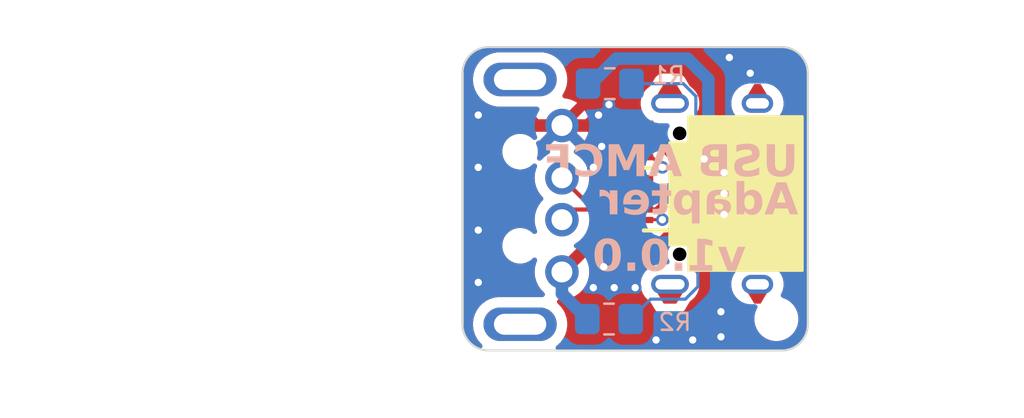
<source format=kicad_pcb>
(kicad_pcb (version 20240108) (generator "pcbnew") (generator_version "8.0")
  (layers (0 "F.Cu" signal) (31 "B.Cu" signal) (34 "B.Paste" user) (35 "F.Paste" user) (36 "B.SilkS" user "B.Silkscreen") (37 "F.SilkS" user "F.Silkscreen") (38 "B.Mask" user) (39 "F.Mask" user) (44 "Edge.Cuts" user))
  (net 0 "")
  (net 1 "Net-(J1-VBUS)")
  (net 2 "Net-(J1-D+)")
  (net 3 "GND")
  (net 4 "Net-(J1-D-)")
  (net 5 "Net-(J2-CC2)")
  (net 6 "Net-(J2-CC1)")
  (footprint "74th:Connector_USB-A-Plug_TH" (layer "F.Cu") (at 67 42 -90)
    (property "Reference" "J1" (at 0 -7.2 -90) (layer "F.SilkS"))
    (property "Value" "USB_TypeA-2.0_Plug")
    (fp_line (start -6 2.75) (end 6 2.75) (stroke (width 0.12)) (layer "Edge.Cuts"))
    (pad "" thru_hole oval (at -5.7 0 270) (size 1.6 3.5) (drill oval 1 2.5) (layers "*.Cu" "*.Mask"))
    (pad "" np_thru_hole circle (at -2.25 0 270) (size 1.2 1.2) (drill 1.2) (layers "F&B.Cu" "*.Mask"))
    (pad "" np_thru_hole circle (at 2.25 0 270) (size 1.2 1.2) (drill 1.2) (layers "F&B.Cu" "*.Mask"))
    (pad "" thru_hole oval (at 6 0 270) (size 1.6 3.5) (drill oval 1 2.5) (layers "*.Cu" "*.Mask"))
    (pad "1" thru_hole circle (at 3.5 -2 270) (size 1.6 1.6) (drill 1) (layers "*.Cu" "*.Mask") (net 1 "Net-(J1-VBUS)"))
    (pad "2" thru_hole circle (at 1 -2 270) (size 1.6 1.6) (drill 1) (layers "*.Cu" "*.Mask") (net 4 "Net-(J1-D-)"))
    (pad "3" thru_hole circle (at -1 -2 270) (size 1.6 1.6) (drill 1) (layers "*.Cu" "*.Mask") (net 2 "Net-(J1-D+)"))
    (pad "4" thru_hole circle (at -3.5 -2 270) (size 1.6 1.6) (drill 1) (layers "*.Cu" "*.Mask") (net 3 "GND"))
  )
  (footprint "74th:Hole_M1.6_1.6" (layer "F.Cu") (at 79.25 47.75)
    (property "Reference" "M2" (hide yes))
    (property "Value" "Hole_M1.6_1.6" (hide yes))
    (pad "" np_thru_hole circle (at 0 0) (size 1.6 1.6) (drill 1.6) (layers "F&B.Cu" "*.Mask"))
  )
  (footprint "74th:Connector_USB-C-Receptacle_SMT_12-Pin_Simple" (layer "F.Cu") (at 78.245 41.765 90)
    (property "Reference" "J2" (hide yes))
    (property "Value" "USB2.0-C_SMT")
    (fp_line (start 1.25 -4.23) (end 1.25 -5.33) (stroke (width 0.2)) (layer "F.SilkS"))
    (fp_line (start -1.75 -4.23) (end -1.75 -5.33) (stroke (width 0.2)) (layer "F.SilkS"))
    (fp_rect (start -2.45 -4.1) (end 2.45 -2.85) (stroke (width 0.12)) (fill solid) (layer "F.SilkS"))
    (fp_rect (start -3.67 -3.2) (end 3.7 2.25) (stroke (width 0.12)) (fill solid) (layer "F.SilkS"))
    (pad "" np_thru_hole circle (at -2.89 -3.62 270) (size 0.65 0.65) (drill 0.65) (layers "*.Mask"))
    (pad "" np_thru_hole circle (at 2.89 -3.62 270) (size 0.65 0.65) (drill 0.65) (layers "*.Mask"))
    (pad "1" smd rect (at -2.4 -5.73 270) (size 0.6 1.7) (layers "F.Cu" "F.Paste" "F.Mask") (net 1 "Net-(J1-VBUS)"))
    (pad "1" smd rect (at 2.4 -5.73 270) (size 0.6 1.7) (layers "F.Cu" "F.Paste" "F.Mask") (net 1 "Net-(J1-VBUS)"))
    (pad "2" smd rect (at -0.75 -5.73 270) (size 0.3 1.7) (layers "F.Cu" "F.Paste" "F.Mask") (net 4 "Net-(J1-D-)"))
    (pad "2" smd rect (at 0.25 -5.73 270) (size 0.3 1.7) (layers "F.Cu" "F.Paste" "F.Mask") (net 4 "Net-(J1-D-)"))
    (pad "3" smd rect (at -0.25 -5.73 270) (size 0.3 1.7) (layers "F.Cu" "F.Paste" "F.Mask") (net 2 "Net-(J1-D+)"))
    (pad "3" smd rect (at 0.75 -5.73 270) (size 0.3 1.7) (layers "F.Cu" "F.Paste" "F.Mask") (net 2 "Net-(J1-D+)"))
    (pad "4" smd rect (at -3.2 -5.73 270) (size 0.6 1.7) (layers "F.Cu" "F.Paste" "F.Mask") (net 3 "GND"))
    (pad "4" smd rect (at 3.2 -5.73 270) (size 0.6 1.7) (layers "F.Cu" "F.Paste" "F.Mask") (net 3 "GND"))
    (pad "5" smd rect (at -1.25 -5.73 270) (size 0.3 1.7) (layers "F.Cu" "F.Paste" "F.Mask") (net 6 "Net-(J2-CC1)"))
    (pad "6" smd rect (at 1.75 -5.73 270) (size 0.3 1.7) (layers "F.Cu" "F.Paste" "F.Mask") (net 5 "Net-(J2-CC2)"))
    (pad "7" smd trapezoid (at -5 -4.08 180) (size 0.9 0.5) (rect_delta 0 0.3) (layers "F.Cu" "F.Paste" "F.Mask"))
    (pad "7" smd trapezoid (at -5 0.1 180) (size 0.6 0.5) (rect_delta 0 0.3) (layers "F.Cu" "F.Paste" "F.Mask"))
    (pad "7" thru_hole oval (at -4.325 -4.08 270) (size 0.9 1.8) (drill oval 0.5 1.4) (layers "*.Cu" "*.Mask"))
    (pad "7" thru_hole oval (at -4.325 0.1 270) (size 0.9 1.5) (drill oval 0.5 1.1) (layers "*.Cu" "*.Mask"))
    (pad "7" thru_hole oval (at 4.325 -4.08 270) (size 0.9 1.8) (drill oval 0.5 1.4) (layers "*.Cu" "*.Mask"))
    (pad "7" thru_hole oval (at 4.325 0.1 270) (size 0.9 1.5) (drill oval 0.5 1.1) (layers "*.Cu" "*.Mask"))
    (pad "7" smd trapezoid (at 5 -4.08) (size 0.9 0.5) (rect_delta 0 0.3) (layers "F.Cu" "F.Paste" "F.Mask"))
    (pad "7" smd trapezoid (at 5 0.1) (size 0.6 0.5) (rect_delta 0 0.3) (layers "F.Cu" "F.Paste" "F.Mask"))
  )
  (footprint "74th:Register_0805_2012" (layer "B.Cu") (at 71.2875 36.5)
    (property "Reference" "R1" (at 2.8125 -0.4 0) (layer "B.SilkS") (effects (font (size 0.8 0.8) (thickness 0.12)) (justify mirror)))
    (property "Value" "56k" (hide yes))
    (fp_line (start 0.227064 -0.735) (end -0.227064 -0.735) (stroke (width 0.12)) (layer "B.SilkS"))
    (fp_line (start 0.227064 0.735) (end -0.227064 0.735) (stroke (width 0.12)) (layer "B.SilkS"))
    (pad "1" smd roundrect (at -1.0375 0) (size 1.175 1.45) (layers "B.Cu" "B.Paste" "B.Mask") (roundrect_rratio 0.208333) (net 1 "Net-(J1-VBUS)"))
    (pad "2" smd roundrect (at 1.0375 0) (size 1.175 1.45) (layers "B.Cu" "B.Paste" "B.Mask") (roundrect_rratio 0.208333) (net 5 "Net-(J2-CC2)"))
  )
  (footprint "74th:Register_0805_2012" (layer "B.Cu") (at 71.25 47.75)
    (property "Reference" "R2" (at 3.15 0.15 0) (layer "B.SilkS") (effects (font (size 0.8 0.8) (thickness 0.12)) (justify mirror)))
    (property "Value" "56k" (hide yes))
    (fp_line (start 0.227064 -0.735) (end -0.227064 -0.735) (stroke (width 0.12)) (layer "B.SilkS"))
    (fp_line (start 0.227064 0.735) (end -0.227064 0.735) (stroke (width 0.12)) (layer "B.SilkS"))
    (pad "1" smd roundrect (at -1.0375 0) (size 1.175 1.45) (layers "B.Cu" "B.Paste" "B.Mask") (roundrect_rratio 0.208333) (net 1 "Net-(J1-VBUS)"))
    (pad "2" smd roundrect (at 1.0375 0) (size 1.175 1.45) (layers "B.Cu" "B.Paste" "B.Mask") (roundrect_rratio 0.208333) (net 6 "Net-(J2-CC1)"))
  )
  (gr_arc (start 79.5 34.75) (mid 80.383883 35.116117) (end 80.75 36) (stroke (width 0.1)) (layer "Edge.Cuts"))
  (gr_line (start 79.5 49.25) (end 65.5 49.25) (stroke (width 0.1)) (layer "Edge.Cuts"))
  (gr_arc (start 65.5 49.25) (mid 64.616117 48.883883) (end 64.25 48) (stroke (width 0.1)) (layer "Edge.Cuts"))
  (gr_arc (start 64.25 36) (mid 64.616117 35.116117) (end 65.5 34.75) (stroke (width 0.1)) (layer "Edge.Cuts"))
  (gr_line (start 80.75 36) (end 80.75 48) (stroke (width 0.1)) (layer "Edge.Cuts"))
  (gr_line (start 79.5 34.75) (end 65.5 34.75) (stroke (width 0.1)) (layer "Edge.Cuts"))
  (gr_arc (start 80.75 48) (mid 80.383883 48.883883) (end 79.5 49.25) (stroke (width 0.1)) (layer "Edge.Cuts"))
  (gr_text "USB AMCF" (at 80.3 40.3 0) (layer "B.SilkS") (effects (font (size 1.5 1.5) (thickness 0.3) (bold yes)) (justify left mirror)))
  (gr_text "v1.0.0" (at 77.8 45.7 0) (layer "B.SilkS") (effects (font (size 1.5 1.5) (thickness 0.3) (bold yes)) (justify left bottom mirror)))
  (gr_text "Adapter" (at 80.3 43 0) (layer "B.SilkS") (effects (font (size 1.5 1.5) (thickness 0.3) (bold yes)) (justify left bottom mirror)))
  (segment (start 74.75 40.6) (end 74.75 43.15) (width 0.6) (layer "F.Cu") (net 1))
  (segment (start 73.815 39.365) (end 74.425 39.975) (width 0.6) (layer "F.Cu") (net 1))
  (segment (start 74.75 40.3) (end 74.75 40.6) (width 0.6) (layer "F.Cu") (net 1))
  (segment (start 73.735 44.165) (end 72.515 44.165) (width 0.6) (layer "F.Cu") (net 1))
  (segment (start 72.515 39.365) (end 73.815 39.365) (width 0.6) (layer "F.Cu") (net 1))
  (segment (start 74.75 40.6) (end 75.3 40.6) (width 0.6) (layer "F.Cu") (net 1))
  (segment (start 74.75 43.15) (end 73.735 44.165) (width 0.6) (layer "F.Cu") (net 1))
  (segment (start 74.425 39.975) (end 74.75 40.3) (width 0.6) (layer "F.Cu") (net 1))
  (segment (start 75.3 40.6) (end 75.8 40.1) (width 0.6) (layer "F.Cu") (net 1))
  (segment (start 72.515 44.165) (end 70.335 44.165) (width 0.6) (layer "F.Cu") (net 1))
  (segment (start 70.335 44.165) (end 69 45.5) (width 0.6) (layer "F.Cu") (net 1))
  (via (at 75.8 40.1) (size 0.6) (drill 0.35) (layers "F.Cu" "B.Cu") (net 1))
  (segment (start 76 39.9) (end 75.8 40.1) (width 0.6) (layer "B.Cu") (net 1))
  (segment (start 71.6 35.3) (end 75 35.3) (width 0.6) (layer "B.Cu") (net 1))
  (segment (start 76 36.3) (end 76 39.9) (width 0.6) (layer "B.Cu") (net 1))
  (segment (start 70.4 36.5) (end 71.6 35.3) (width 0.6) (layer "B.Cu") (net 1))
  (segment (start 69 45.5) (end 69 46.5375) (width 0.6) (layer "B.Cu") (net 1))
  (segment (start 70.25 36.5) (end 70.4 36.5) (width 0.6) (layer "B.Cu") (net 1))
  (segment (start 69 46.5375) (end 70.2125 47.75) (width 0.6) (layer "B.Cu") (net 1))
  (segment (start 75 35.3) (end 76 36.3) (width 0.6) (layer "B.Cu") (net 1))
  (segment (start 70.25 36.45) (end 70.5 36.2) (width 0.4) (layer "B.Cu") (net 1))
  (segment (start 72.515 42.015) (end 71.025 42.015) (width 0.2) (layer "F.Cu") (net 2))
  (segment (start 71.025 42.015) (end 70.015 42.015) (width 0.2) (layer "F.Cu") (net 2))
  (segment (start 71.485 41.015) (end 71.225 41.275) (width 0.2) (layer "F.Cu") (net 2))
  (segment (start 71.225 41.815) (end 71.025 42.015) (width 0.2) (layer "F.Cu") (net 2))
  (segment (start 72.515 41.015) (end 71.485 41.015) (width 0.2) (layer "F.Cu") (net 2))
  (segment (start 71.225 41.275) (end 71.225 41.815) (width 0.2) (layer "F.Cu") (net 2))
  (segment (start 70.015 42.015) (end 69 41) (width 0.2) (layer "F.Cu") (net 2))
  (segment (start 70.25 38.5) (end 70.75 38) (width 0.6) (layer "F.Cu") (net 3))
  (segment (start 69 38.5) (end 67.75 38.5) (width 0.6) (layer "F.Cu") (net 3))
  (segment (start 69 38.5) (end 70.25 38.5) (width 0.6) (layer "F.Cu") (net 3))
  (segment (start 67.25 38) (end 65 38) (width 0.6) (layer "F.Cu") (net 3))
  (segment (start 67.75 38.5) (end 67.25 38) (width 0.6) (layer "F.Cu") (net 3))
  (via (at 76.75 40.75) (size 0.6) (drill 0.35) (layers "F.Cu" "B.Cu") (net 3))
  (via (at 75.25 48.75) (size 0.6) (drill 0.35) (layers "F.Cu" "B.Cu") (net 3))
  (via (at 65 43.5) (size 0.6) (drill 0.35) (layers "F.Cu" "B.Cu") (net 3))
  (via (at 71.25 37.5) (size 0.6) (drill 0.35) (layers "F.Cu" "B.Cu") (net 3))
  (via (at 76.75 41.75) (size 0.6) (drill 0.35) (layers "F.Cu" "B.Cu") (net 3))
  (via (at 76.6 47.4) (size 0.6) (drill 0.35) (layers "F.Cu" "B.Cu") (net 3))
  (via (at 65 38) (size 0.6) (drill 0.35) (layers "F.Cu" "B.Cu") (net 3))
  (via (at 78 36) (size 0.6) (drill 0.35) (layers "F.Cu" "B.Cu") (net 3))
  (via (at 70.5 46.25) (size 0.6) (drill 0.35) (layers "F.Cu" "B.Cu") (net 3))
  (via (at 65 40.5) (size 0.6) (drill 0.35) (layers "F.Cu" "B.Cu") (net 3))
  (via (at 65 46) (size 0.6) (drill 0.35) (layers "F.Cu" "B.Cu") (net 3))
  (via (at 70.5 40.5) (size 0.6) (drill 0.35) (layers "F.Cu" "B.Cu") (net 3))
  (via (at 70.9 39.5) (size 0.6) (drill 0.35) (layers "F.Cu" "B.Cu") (net 3))
  (via (at 73.5 48.75) (size 0.6) (drill 0.35) (layers "F.Cu" "B.Cu") (net 3))
  (via (at 76.75 42.75) (size 0.6) (drill 0.35) (layers "F.Cu" "B.Cu") (net 3))
  (via (at 71.5 46.25) (size 0.6) (drill 0.35) (layers "F.Cu" "B.Cu") (net 3))
  (via (at 77 35.25) (size 0.6) (drill 0.35) (layers "F.Cu" "B.Cu") (net 3))
  (via (at 71 45.25) (size 0.6) (drill 0.35) (layers "F.Cu" "B.Cu") (net 3))
  (via (at 70.75 38) (size 0.6) (drill 0.35) (layers "F.Cu" "B.Cu") (net 3))
  (via (at 76.6 48.6) (size 0.6) (drill 0.35) (layers "F.Cu" "B.Cu") (net 3))
  (via (at 72.5 46.25) (size 0.6) (drill 0.35) (layers "F.Cu" "B.Cu") (net 3))
  (segment (start 72.515 42.515) (end 69.485 42.515) (width 0.2) (layer "F.Cu") (net 4))
  (segment (start 72.515 41.515) (end 73.565 41.515) (width 0.2) (layer "F.Cu") (net 4))
  (segment (start 73.725 42.275) (end 73.485 42.515) (width 0.2) (layer "F.Cu") (net 4))
  (segment (start 73.565 41.515) (end 73.725 41.675) (width 0.2) (layer "F.Cu") (net 4))
  (segment (start 73.725 41.675) (end 73.725 42.275) (width 0.2) (layer "F.Cu") (net 4))
  (segment (start 69.485 42.515) (end 69 43) (width 0.2) (layer "F.Cu") (net 4))
  (segment (start 73.485 42.515) (end 72.515 42.515) (width 0.2) (layer "F.Cu") (net 4))
  (segment (start 73.315 40.015) (end 73.8 40.5) (width 0.15) (layer "F.Cu") (net 5))
  (segment (start 72.515 40.015) (end 73.315 40.015) (width 0.15) (layer "F.Cu") (net 5))
  (via (at 73.8 40.5) (size 0.6) (drill 0.35) (layers "F.Cu" "B.Cu") (net 5))
  (segment (start 73.8 40.5) (end 74.2 40.5) (width 0.15) (layer "B.Cu") (net 5))
  (segment (start 75.4 39.3) (end 75.4 37.1) (width 0.15) (layer "B.Cu") (net 5))
  (segment (start 74.8 36.5) (end 72.325 36.5) (width 0.15) (layer "B.Cu") (net 5))
  (segment (start 75.4 37.1) (end 74.8 36.5) (width 0.15) (layer "B.Cu") (net 5))
  (segment (start 74.2 40.5) (end 75.4 39.3) (width 0.15) (layer "B.Cu") (net 5))
  (segment (start 72.515 43.015) (end 72.53 43) (width 0.15) (layer "F.Cu") (net 6))
  (segment (start 72.53 43) (end 73.8 43) (width 0.15) (layer "F.Cu") (net 6))
  (via (at 73.8 43) (size 0.6) (drill 0.35) (layers "F.Cu" "B.Cu") (net 6))
  (segment (start 72.2875 47.75) (end 73.2375 46.8) (width 0.15) (layer "B.Cu") (net 6))
  (segment (start 75.5 46.2) (end 75.5 43.9) (width 0.15) (layer "B.Cu") (net 6))
  (segment (start 75.5 43.9) (end 74.6 43) (width 0.15) (layer "B.Cu") (net 6))
  (segment (start 73.2375 46.8) (end 74.9 46.8) (width 0.15) (layer "B.Cu") (net 6))
  (segment (start 74.6 43) (end 73.8 43) (width 0.15) (layer "B.Cu") (net 6))
  (segment (start 74.9 46.8) (end 75.5 46.2) (width 0.15) (layer "B.Cu") (net 6))
  (zone (net 3) (net_name "GND") (layers "F&B.Cu") (connect_pads (clearance 0.5)) (min_thickness 0.25) (fill yes (thermal_gap 0.5) (thermal_bridge_width 0.5))
    (polygon (pts (xy 62.5 32.5) (xy 82.5 32.5) (xy 82.5 52.5) (xy 62.5 52.5)))
  )
)
</source>
